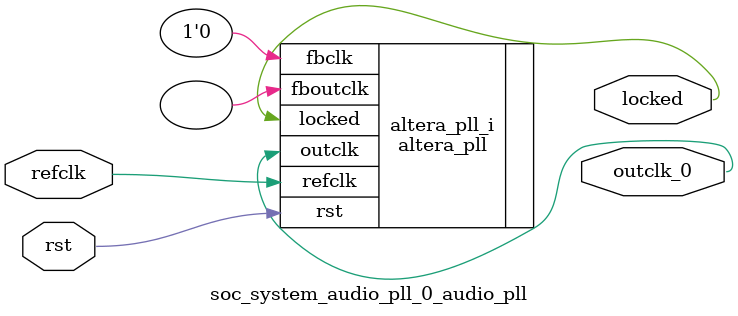
<source format=v>
`timescale 1ns/10ps
module  soc_system_audio_pll_0_audio_pll(

	// interface 'refclk'
	input wire refclk,

	// interface 'reset'
	input wire rst,

	// interface 'outclk0'
	output wire outclk_0,

	// interface 'locked'
	output wire locked
);

	altera_pll #(
		.fractional_vco_multiplier("false"),
		.reference_clock_frequency("50.0 MHz"),
		.operation_mode("direct"),
		.number_of_clocks(1),
		.output_clock_frequency0("12.288135 MHz"),
		.phase_shift0("0 ps"),
		.duty_cycle0(50),
		.output_clock_frequency1("0 MHz"),
		.phase_shift1("0 ps"),
		.duty_cycle1(50),
		.output_clock_frequency2("0 MHz"),
		.phase_shift2("0 ps"),
		.duty_cycle2(50),
		.output_clock_frequency3("0 MHz"),
		.phase_shift3("0 ps"),
		.duty_cycle3(50),
		.output_clock_frequency4("0 MHz"),
		.phase_shift4("0 ps"),
		.duty_cycle4(50),
		.output_clock_frequency5("0 MHz"),
		.phase_shift5("0 ps"),
		.duty_cycle5(50),
		.output_clock_frequency6("0 MHz"),
		.phase_shift6("0 ps"),
		.duty_cycle6(50),
		.output_clock_frequency7("0 MHz"),
		.phase_shift7("0 ps"),
		.duty_cycle7(50),
		.output_clock_frequency8("0 MHz"),
		.phase_shift8("0 ps"),
		.duty_cycle8(50),
		.output_clock_frequency9("0 MHz"),
		.phase_shift9("0 ps"),
		.duty_cycle9(50),
		.output_clock_frequency10("0 MHz"),
		.phase_shift10("0 ps"),
		.duty_cycle10(50),
		.output_clock_frequency11("0 MHz"),
		.phase_shift11("0 ps"),
		.duty_cycle11(50),
		.output_clock_frequency12("0 MHz"),
		.phase_shift12("0 ps"),
		.duty_cycle12(50),
		.output_clock_frequency13("0 MHz"),
		.phase_shift13("0 ps"),
		.duty_cycle13(50),
		.output_clock_frequency14("0 MHz"),
		.phase_shift14("0 ps"),
		.duty_cycle14(50),
		.output_clock_frequency15("0 MHz"),
		.phase_shift15("0 ps"),
		.duty_cycle15(50),
		.output_clock_frequency16("0 MHz"),
		.phase_shift16("0 ps"),
		.duty_cycle16(50),
		.output_clock_frequency17("0 MHz"),
		.phase_shift17("0 ps"),
		.duty_cycle17(50),
		.pll_type("General"),
		.pll_subtype("General")
	) altera_pll_i (
		.rst	(rst),
		.outclk	({outclk_0}),
		.locked	(locked),
		.fboutclk	( ),
		.fbclk	(1'b0),
		.refclk	(refclk)
	);
endmodule


</source>
